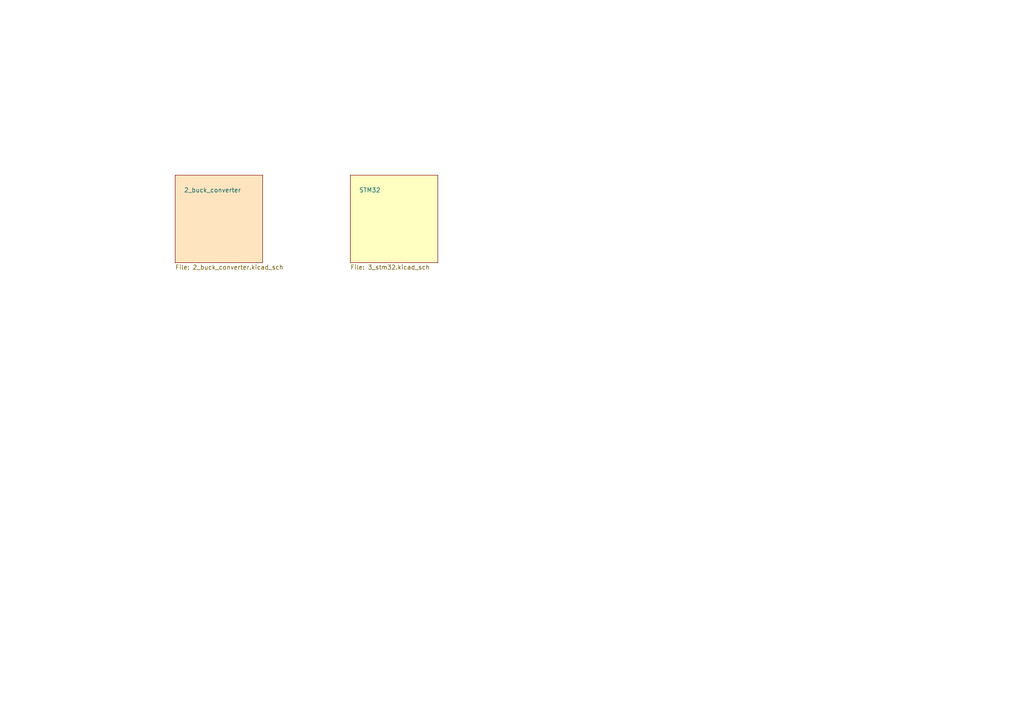
<source format=kicad_sch>
(kicad_sch (version 20211123) (generator eeschema)
  (paper "A4")
  (title_block (title "ChessClock") (rev "v0.1") (comment 1 "Chess Clock using a stm32 mcu") (comment 2 "Made by: Diego Sanz"))
  (lib_symbols)
  (sheet (at 50.8 50.8) (size 25.4 25.4) (stroke (width 0.1524)) (fill (color 255 229 191 1.0000))
    (property "Sheet name" "2_buck_converter" (at 53.34 55.88 0) (effects (justify left bottom)))
    (property "Sheet file" "2_buck_converter.kicad_sch" (at 50.8 76.7846 0) (effects (justify left top)))
  )
  (sheet (at 101.6 50.8) (size 25.4 25.4) (stroke (width 0.1524)) (fill (color 255 255 194 1.0000))
    (property "Sheet name" "STM32" (at 104.14 55.88 0) (effects (justify left bottom)))
    (property "Sheet file" "3_stm32.kicad_sch" (at 101.6 76.7846 0) (effects (justify left top)))
  )
)
</source>
